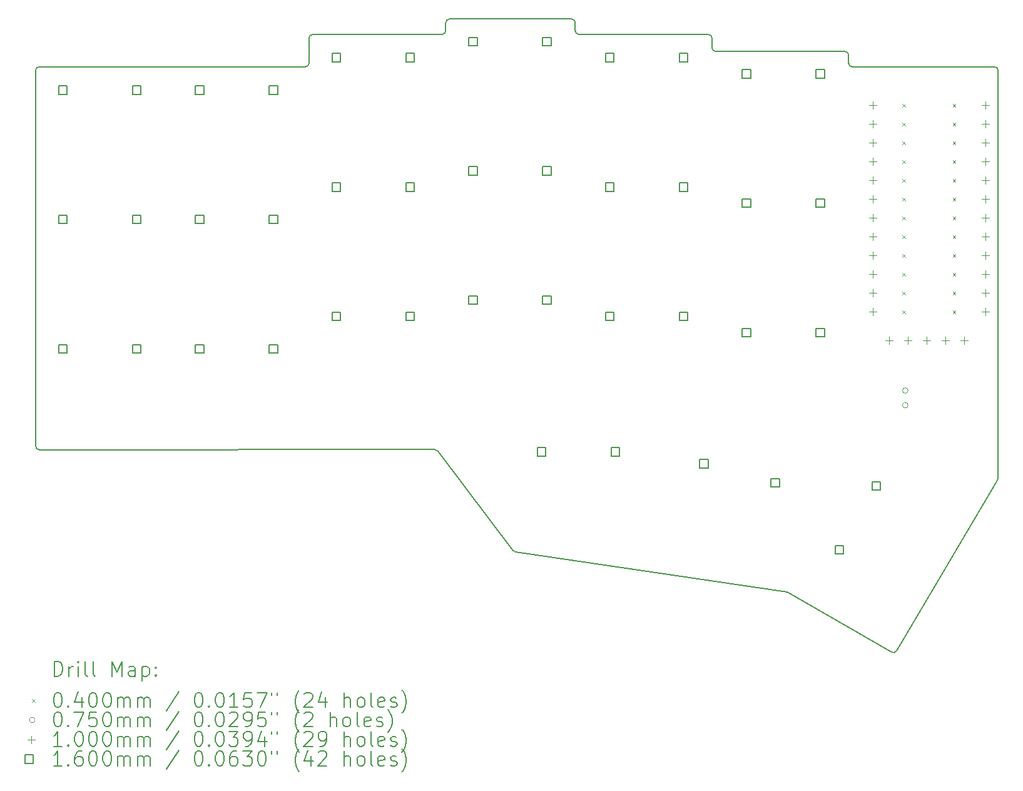
<source format=gbr>
%TF.GenerationSoftware,KiCad,Pcbnew,8.0.8+1*%
%TF.CreationDate,2025-07-09T04:58:13+00:00*%
%TF.ProjectId,corney_island_wireless,636f726e-6579-45f6-9973-6c616e645f77,0.2*%
%TF.SameCoordinates,Original*%
%TF.FileFunction,Drillmap*%
%TF.FilePolarity,Positive*%
%FSLAX45Y45*%
G04 Gerber Fmt 4.5, Leading zero omitted, Abs format (unit mm)*
G04 Created by KiCad (PCBNEW 8.0.8+1) date 2025-07-09 04:58:13*
%MOMM*%
%LPD*%
G01*
G04 APERTURE LIST*
%ADD10C,0.150000*%
%ADD11C,0.200000*%
%ADD12C,0.100000*%
%ADD13C,0.160000*%
G04 APERTURE END LIST*
D10*
X9131698Y-10801245D02*
X9131502Y-5720251D01*
X9181501Y-5670249D02*
X12781501Y-5670151D01*
X12831500Y-5620151D02*
X12831500Y-5282750D01*
X12881500Y-5232750D02*
X14631500Y-5232750D01*
X14681500Y-5182750D02*
X14681500Y-5075250D01*
X14731500Y-5025250D02*
X16384300Y-5025250D01*
X16434300Y-5075250D02*
X16434300Y-5182750D01*
X16484300Y-5232750D02*
X18234300Y-5232750D01*
X18284300Y-5282750D02*
X18284300Y-5412312D01*
X18334288Y-5462312D02*
X20083706Y-5462738D01*
X20133691Y-5513340D02*
X20132410Y-5619648D01*
X22125300Y-11290910D02*
X20779993Y-13572380D01*
X20711924Y-13590285D02*
X19318493Y-12785787D01*
X19300847Y-12779632D02*
X15624698Y-12233003D01*
X15592179Y-12213716D02*
X14575757Y-10870335D01*
X14535877Y-10850503D02*
X9181705Y-10851243D01*
X20182406Y-5670250D02*
X22106800Y-5670250D01*
X22156800Y-5720250D02*
X22156800Y-11222952D01*
X22150101Y-11247952D02*
X22125300Y-11290910D01*
X9131502Y-5720251D02*
G75*
G02*
X9181501Y-5670252I49998J1D01*
G01*
X12831500Y-5620151D02*
G75*
G02*
X12781501Y-5670150I-50000J1D01*
G01*
X12831500Y-5282750D02*
G75*
G02*
X12881500Y-5232750I50000J0D01*
G01*
X14681500Y-5182750D02*
G75*
G02*
X14631500Y-5232750I-50000J0D01*
G01*
X14681500Y-5075250D02*
G75*
G02*
X14731500Y-5025250I50000J0D01*
G01*
X16384300Y-5025250D02*
G75*
G02*
X16434300Y-5075250I0J-50000D01*
G01*
X16484300Y-5232750D02*
G75*
G02*
X16434300Y-5182750I0J50000D01*
G01*
X18234300Y-5232750D02*
G75*
G02*
X18284300Y-5282750I0J-50000D01*
G01*
X18334288Y-5462312D02*
G75*
G02*
X18284298Y-5412312I12J50002D01*
G01*
X20083706Y-5462738D02*
G75*
G02*
X20133689Y-5513340I-16J-50002D01*
G01*
X20182406Y-5670250D02*
G75*
G02*
X20132414Y-5619648I4J50000D01*
G01*
X22106800Y-5670250D02*
G75*
G02*
X22156800Y-5720250I0J-50000D01*
G01*
X22156800Y-11222952D02*
G75*
G02*
X22150100Y-11247952I-50000J3D01*
G01*
X20779993Y-13572380D02*
G75*
G02*
X20711922Y-13590288I-43073J25400D01*
G01*
X19300847Y-12779632D02*
G75*
G02*
X19318492Y-12785788I-7357J-49458D01*
G01*
X15624698Y-12233003D02*
G75*
G02*
X15592179Y-12213716I7352J49453D01*
G01*
X14535877Y-10850503D02*
G75*
G02*
X14575754Y-10870338I3J-49997D01*
G01*
X9181705Y-10851243D02*
G75*
G02*
X9131697Y-10801245I-5J50003D01*
G01*
D11*
D12*
X20860400Y-6172000D02*
X20900400Y-6212000D01*
X20900400Y-6172000D02*
X20860400Y-6212000D01*
X20860400Y-6426000D02*
X20900400Y-6466000D01*
X20900400Y-6426000D02*
X20860400Y-6466000D01*
X20860400Y-6680000D02*
X20900400Y-6720000D01*
X20900400Y-6680000D02*
X20860400Y-6720000D01*
X20860400Y-6934000D02*
X20900400Y-6974000D01*
X20900400Y-6934000D02*
X20860400Y-6974000D01*
X20860400Y-7188000D02*
X20900400Y-7228000D01*
X20900400Y-7188000D02*
X20860400Y-7228000D01*
X20860400Y-7442000D02*
X20900400Y-7482000D01*
X20900400Y-7442000D02*
X20860400Y-7482000D01*
X20860400Y-7696000D02*
X20900400Y-7736000D01*
X20900400Y-7696000D02*
X20860400Y-7736000D01*
X20860400Y-7950000D02*
X20900400Y-7990000D01*
X20900400Y-7950000D02*
X20860400Y-7990000D01*
X20860400Y-8204000D02*
X20900400Y-8244000D01*
X20900400Y-8204000D02*
X20860400Y-8244000D01*
X20860400Y-8458000D02*
X20900400Y-8498000D01*
X20900400Y-8458000D02*
X20860400Y-8498000D01*
X20860400Y-8712000D02*
X20900400Y-8752000D01*
X20900400Y-8712000D02*
X20860400Y-8752000D01*
X20860400Y-8966000D02*
X20900400Y-9006000D01*
X20900400Y-8966000D02*
X20860400Y-9006000D01*
X21540400Y-6172000D02*
X21580400Y-6212000D01*
X21580400Y-6172000D02*
X21540400Y-6212000D01*
X21540400Y-6426000D02*
X21580400Y-6466000D01*
X21580400Y-6426000D02*
X21540400Y-6466000D01*
X21540400Y-6680000D02*
X21580400Y-6720000D01*
X21580400Y-6680000D02*
X21540400Y-6720000D01*
X21540400Y-6934000D02*
X21580400Y-6974000D01*
X21580400Y-6934000D02*
X21540400Y-6974000D01*
X21540400Y-7188000D02*
X21580400Y-7228000D01*
X21580400Y-7188000D02*
X21540400Y-7228000D01*
X21540400Y-7442000D02*
X21580400Y-7482000D01*
X21580400Y-7442000D02*
X21540400Y-7482000D01*
X21540400Y-7696000D02*
X21580400Y-7736000D01*
X21580400Y-7696000D02*
X21540400Y-7736000D01*
X21540400Y-7950000D02*
X21580400Y-7990000D01*
X21580400Y-7950000D02*
X21540400Y-7990000D01*
X21540400Y-8204000D02*
X21580400Y-8244000D01*
X21580400Y-8204000D02*
X21540400Y-8244000D01*
X21540400Y-8458000D02*
X21580400Y-8498000D01*
X21580400Y-8458000D02*
X21540400Y-8498000D01*
X21540400Y-8712000D02*
X21580400Y-8752000D01*
X21580400Y-8712000D02*
X21540400Y-8752000D01*
X21540400Y-8966000D02*
X21580400Y-9006000D01*
X21580400Y-8966000D02*
X21540400Y-9006000D01*
X20937500Y-10050000D02*
G75*
G02*
X20862500Y-10050000I-37500J0D01*
G01*
X20862500Y-10050000D02*
G75*
G02*
X20937500Y-10050000I37500J0D01*
G01*
X20937500Y-10250000D02*
G75*
G02*
X20862500Y-10250000I-37500J0D01*
G01*
X20862500Y-10250000D02*
G75*
G02*
X20937500Y-10250000I37500J0D01*
G01*
X20458400Y-6142000D02*
X20458400Y-6242000D01*
X20408400Y-6192000D02*
X20508400Y-6192000D01*
X20458400Y-6396000D02*
X20458400Y-6496000D01*
X20408400Y-6446000D02*
X20508400Y-6446000D01*
X20458400Y-6650000D02*
X20458400Y-6750000D01*
X20408400Y-6700000D02*
X20508400Y-6700000D01*
X20458400Y-6904000D02*
X20458400Y-7004000D01*
X20408400Y-6954000D02*
X20508400Y-6954000D01*
X20458400Y-7158000D02*
X20458400Y-7258000D01*
X20408400Y-7208000D02*
X20508400Y-7208000D01*
X20458400Y-7412000D02*
X20458400Y-7512000D01*
X20408400Y-7462000D02*
X20508400Y-7462000D01*
X20458400Y-7666000D02*
X20458400Y-7766000D01*
X20408400Y-7716000D02*
X20508400Y-7716000D01*
X20458400Y-7920000D02*
X20458400Y-8020000D01*
X20408400Y-7970000D02*
X20508400Y-7970000D01*
X20458400Y-8174000D02*
X20458400Y-8274000D01*
X20408400Y-8224000D02*
X20508400Y-8224000D01*
X20458400Y-8428000D02*
X20458400Y-8528000D01*
X20408400Y-8478000D02*
X20508400Y-8478000D01*
X20458400Y-8682000D02*
X20458400Y-8782000D01*
X20408400Y-8732000D02*
X20508400Y-8732000D01*
X20458400Y-8936000D02*
X20458400Y-9036000D01*
X20408400Y-8986000D02*
X20508400Y-8986000D01*
X20681700Y-9320000D02*
X20681700Y-9420000D01*
X20631700Y-9370000D02*
X20731700Y-9370000D01*
X20935700Y-9320000D02*
X20935700Y-9420000D01*
X20885700Y-9370000D02*
X20985700Y-9370000D01*
X21189700Y-9320000D02*
X21189700Y-9420000D01*
X21139700Y-9370000D02*
X21239700Y-9370000D01*
X21443700Y-9320000D02*
X21443700Y-9420000D01*
X21393700Y-9370000D02*
X21493700Y-9370000D01*
X21697700Y-9320000D02*
X21697700Y-9420000D01*
X21647700Y-9370000D02*
X21747700Y-9370000D01*
X21982400Y-6142000D02*
X21982400Y-6242000D01*
X21932400Y-6192000D02*
X22032400Y-6192000D01*
X21982400Y-6396000D02*
X21982400Y-6496000D01*
X21932400Y-6446000D02*
X22032400Y-6446000D01*
X21982400Y-6650000D02*
X21982400Y-6750000D01*
X21932400Y-6700000D02*
X22032400Y-6700000D01*
X21982400Y-6904000D02*
X21982400Y-7004000D01*
X21932400Y-6954000D02*
X22032400Y-6954000D01*
X21982400Y-7158000D02*
X21982400Y-7258000D01*
X21932400Y-7208000D02*
X22032400Y-7208000D01*
X21982400Y-7412000D02*
X21982400Y-7512000D01*
X21932400Y-7462000D02*
X22032400Y-7462000D01*
X21982400Y-7666000D02*
X21982400Y-7766000D01*
X21932400Y-7716000D02*
X22032400Y-7716000D01*
X21982400Y-7920000D02*
X21982400Y-8020000D01*
X21932400Y-7970000D02*
X22032400Y-7970000D01*
X21982400Y-8174000D02*
X21982400Y-8274000D01*
X21932400Y-8224000D02*
X22032400Y-8224000D01*
X21982400Y-8428000D02*
X21982400Y-8528000D01*
X21932400Y-8478000D02*
X22032400Y-8478000D01*
X21982400Y-8682000D02*
X21982400Y-8782000D01*
X21932400Y-8732000D02*
X22032400Y-8732000D01*
X21982400Y-8936000D02*
X21982400Y-9036000D01*
X21932400Y-8986000D02*
X22032400Y-8986000D01*
D13*
X9556569Y-6041569D02*
X9556569Y-5928431D01*
X9443431Y-5928431D01*
X9443431Y-6041569D01*
X9556569Y-6041569D01*
X9556569Y-7791569D02*
X9556569Y-7678431D01*
X9443431Y-7678431D01*
X9443431Y-7791569D01*
X9556569Y-7791569D01*
X9556569Y-9541569D02*
X9556569Y-9428431D01*
X9443431Y-9428431D01*
X9443431Y-9541569D01*
X9556569Y-9541569D01*
X10556569Y-6041569D02*
X10556569Y-5928431D01*
X10443431Y-5928431D01*
X10443431Y-6041569D01*
X10556569Y-6041569D01*
X10556569Y-7791569D02*
X10556569Y-7678431D01*
X10443431Y-7678431D01*
X10443431Y-7791569D01*
X10556569Y-7791569D01*
X10556569Y-9541569D02*
X10556569Y-9428431D01*
X10443431Y-9428431D01*
X10443431Y-9541569D01*
X10556569Y-9541569D01*
X11406569Y-6041569D02*
X11406569Y-5928431D01*
X11293431Y-5928431D01*
X11293431Y-6041569D01*
X11406569Y-6041569D01*
X11406569Y-7791569D02*
X11406569Y-7678431D01*
X11293431Y-7678431D01*
X11293431Y-7791569D01*
X11406569Y-7791569D01*
X11406569Y-9541569D02*
X11406569Y-9428431D01*
X11293431Y-9428431D01*
X11293431Y-9541569D01*
X11406569Y-9541569D01*
X12406569Y-6041569D02*
X12406569Y-5928431D01*
X12293431Y-5928431D01*
X12293431Y-6041569D01*
X12406569Y-6041569D01*
X12406569Y-7791569D02*
X12406569Y-7678431D01*
X12293431Y-7678431D01*
X12293431Y-7791569D01*
X12406569Y-7791569D01*
X12406569Y-9541569D02*
X12406569Y-9428431D01*
X12293431Y-9428431D01*
X12293431Y-9541569D01*
X12406569Y-9541569D01*
X13256569Y-5604069D02*
X13256569Y-5490931D01*
X13143431Y-5490931D01*
X13143431Y-5604069D01*
X13256569Y-5604069D01*
X13256569Y-7354069D02*
X13256569Y-7240931D01*
X13143431Y-7240931D01*
X13143431Y-7354069D01*
X13256569Y-7354069D01*
X13256569Y-9104069D02*
X13256569Y-8990931D01*
X13143431Y-8990931D01*
X13143431Y-9104069D01*
X13256569Y-9104069D01*
X14256569Y-5604069D02*
X14256569Y-5490931D01*
X14143431Y-5490931D01*
X14143431Y-5604069D01*
X14256569Y-5604069D01*
X14256569Y-7354069D02*
X14256569Y-7240931D01*
X14143431Y-7240931D01*
X14143431Y-7354069D01*
X14256569Y-7354069D01*
X14256569Y-9104069D02*
X14256569Y-8990931D01*
X14143431Y-8990931D01*
X14143431Y-9104069D01*
X14256569Y-9104069D01*
X15106569Y-5385319D02*
X15106569Y-5272181D01*
X14993431Y-5272181D01*
X14993431Y-5385319D01*
X15106569Y-5385319D01*
X15106569Y-7135319D02*
X15106569Y-7022181D01*
X14993431Y-7022181D01*
X14993431Y-7135319D01*
X15106569Y-7135319D01*
X15106569Y-8885319D02*
X15106569Y-8772181D01*
X14993431Y-8772181D01*
X14993431Y-8885319D01*
X15106569Y-8885319D01*
X16031569Y-10935319D02*
X16031569Y-10822181D01*
X15918431Y-10822181D01*
X15918431Y-10935319D01*
X16031569Y-10935319D01*
X16106569Y-5385319D02*
X16106569Y-5272181D01*
X15993431Y-5272181D01*
X15993431Y-5385319D01*
X16106569Y-5385319D01*
X16106569Y-7135319D02*
X16106569Y-7022181D01*
X15993431Y-7022181D01*
X15993431Y-7135319D01*
X16106569Y-7135319D01*
X16106569Y-8885319D02*
X16106569Y-8772181D01*
X15993431Y-8772181D01*
X15993431Y-8885319D01*
X16106569Y-8885319D01*
X16956569Y-5604069D02*
X16956569Y-5490931D01*
X16843431Y-5490931D01*
X16843431Y-5604069D01*
X16956569Y-5604069D01*
X16956569Y-7354069D02*
X16956569Y-7240931D01*
X16843431Y-7240931D01*
X16843431Y-7354069D01*
X16956569Y-7354069D01*
X16956569Y-9104069D02*
X16956569Y-8990931D01*
X16843431Y-8990931D01*
X16843431Y-9104069D01*
X16956569Y-9104069D01*
X17031569Y-10935319D02*
X17031569Y-10822181D01*
X16918431Y-10822181D01*
X16918431Y-10935319D01*
X17031569Y-10935319D01*
X17956569Y-5604069D02*
X17956569Y-5490931D01*
X17843431Y-5490931D01*
X17843431Y-5604069D01*
X17956569Y-5604069D01*
X17956569Y-7354069D02*
X17956569Y-7240931D01*
X17843431Y-7240931D01*
X17843431Y-7354069D01*
X17956569Y-7354069D01*
X17956569Y-9104069D02*
X17956569Y-8990931D01*
X17843431Y-8990931D01*
X17843431Y-9104069D01*
X17956569Y-9104069D01*
X18231898Y-11098458D02*
X18231898Y-10985320D01*
X18118760Y-10985320D01*
X18118760Y-11098458D01*
X18231898Y-11098458D01*
X18806569Y-5822819D02*
X18806569Y-5709681D01*
X18693431Y-5709681D01*
X18693431Y-5822819D01*
X18806569Y-5822819D01*
X18806569Y-7572819D02*
X18806569Y-7459681D01*
X18693431Y-7459681D01*
X18693431Y-7572819D01*
X18806569Y-7572819D01*
X18806569Y-9322819D02*
X18806569Y-9209681D01*
X18693431Y-9209681D01*
X18693431Y-9322819D01*
X18806569Y-9322819D01*
X19197824Y-11357277D02*
X19197824Y-11244139D01*
X19084686Y-11244139D01*
X19084686Y-11357277D01*
X19197824Y-11357277D01*
X19806569Y-5822819D02*
X19806569Y-5709681D01*
X19693431Y-5709681D01*
X19693431Y-5822819D01*
X19806569Y-5822819D01*
X19806569Y-7572819D02*
X19806569Y-7459681D01*
X19693431Y-7459681D01*
X19693431Y-7572819D01*
X19806569Y-7572819D01*
X19806569Y-9322819D02*
X19806569Y-9209681D01*
X19693431Y-9209681D01*
X19693431Y-9322819D01*
X19806569Y-9322819D01*
X20061950Y-12264307D02*
X20061950Y-12151168D01*
X19948812Y-12151168D01*
X19948812Y-12264307D01*
X20061950Y-12264307D01*
X20561950Y-11398281D02*
X20561950Y-11285143D01*
X20448812Y-11285143D01*
X20448812Y-11398281D01*
X20561950Y-11398281D01*
D11*
X9384779Y-13915969D02*
X9384779Y-13715969D01*
X9384779Y-13715969D02*
X9432398Y-13715969D01*
X9432398Y-13715969D02*
X9460969Y-13725492D01*
X9460969Y-13725492D02*
X9480017Y-13744540D01*
X9480017Y-13744540D02*
X9489541Y-13763588D01*
X9489541Y-13763588D02*
X9499064Y-13801683D01*
X9499064Y-13801683D02*
X9499064Y-13830254D01*
X9499064Y-13830254D02*
X9489541Y-13868350D01*
X9489541Y-13868350D02*
X9480017Y-13887397D01*
X9480017Y-13887397D02*
X9460969Y-13906445D01*
X9460969Y-13906445D02*
X9432398Y-13915969D01*
X9432398Y-13915969D02*
X9384779Y-13915969D01*
X9584779Y-13915969D02*
X9584779Y-13782635D01*
X9584779Y-13820731D02*
X9594303Y-13801683D01*
X9594303Y-13801683D02*
X9603826Y-13792159D01*
X9603826Y-13792159D02*
X9622874Y-13782635D01*
X9622874Y-13782635D02*
X9641922Y-13782635D01*
X9708588Y-13915969D02*
X9708588Y-13782635D01*
X9708588Y-13715969D02*
X9699064Y-13725492D01*
X9699064Y-13725492D02*
X9708588Y-13735016D01*
X9708588Y-13735016D02*
X9718112Y-13725492D01*
X9718112Y-13725492D02*
X9708588Y-13715969D01*
X9708588Y-13715969D02*
X9708588Y-13735016D01*
X9832398Y-13915969D02*
X9813350Y-13906445D01*
X9813350Y-13906445D02*
X9803826Y-13887397D01*
X9803826Y-13887397D02*
X9803826Y-13715969D01*
X9937160Y-13915969D02*
X9918112Y-13906445D01*
X9918112Y-13906445D02*
X9908588Y-13887397D01*
X9908588Y-13887397D02*
X9908588Y-13715969D01*
X10165731Y-13915969D02*
X10165731Y-13715969D01*
X10165731Y-13715969D02*
X10232398Y-13858826D01*
X10232398Y-13858826D02*
X10299064Y-13715969D01*
X10299064Y-13715969D02*
X10299064Y-13915969D01*
X10480017Y-13915969D02*
X10480017Y-13811207D01*
X10480017Y-13811207D02*
X10470493Y-13792159D01*
X10470493Y-13792159D02*
X10451445Y-13782635D01*
X10451445Y-13782635D02*
X10413350Y-13782635D01*
X10413350Y-13782635D02*
X10394303Y-13792159D01*
X10480017Y-13906445D02*
X10460969Y-13915969D01*
X10460969Y-13915969D02*
X10413350Y-13915969D01*
X10413350Y-13915969D02*
X10394303Y-13906445D01*
X10394303Y-13906445D02*
X10384779Y-13887397D01*
X10384779Y-13887397D02*
X10384779Y-13868350D01*
X10384779Y-13868350D02*
X10394303Y-13849302D01*
X10394303Y-13849302D02*
X10413350Y-13839778D01*
X10413350Y-13839778D02*
X10460969Y-13839778D01*
X10460969Y-13839778D02*
X10480017Y-13830254D01*
X10575255Y-13782635D02*
X10575255Y-13982635D01*
X10575255Y-13792159D02*
X10594303Y-13782635D01*
X10594303Y-13782635D02*
X10632398Y-13782635D01*
X10632398Y-13782635D02*
X10651445Y-13792159D01*
X10651445Y-13792159D02*
X10660969Y-13801683D01*
X10660969Y-13801683D02*
X10670493Y-13820731D01*
X10670493Y-13820731D02*
X10670493Y-13877873D01*
X10670493Y-13877873D02*
X10660969Y-13896921D01*
X10660969Y-13896921D02*
X10651445Y-13906445D01*
X10651445Y-13906445D02*
X10632398Y-13915969D01*
X10632398Y-13915969D02*
X10594303Y-13915969D01*
X10594303Y-13915969D02*
X10575255Y-13906445D01*
X10756207Y-13896921D02*
X10765731Y-13906445D01*
X10765731Y-13906445D02*
X10756207Y-13915969D01*
X10756207Y-13915969D02*
X10746684Y-13906445D01*
X10746684Y-13906445D02*
X10756207Y-13896921D01*
X10756207Y-13896921D02*
X10756207Y-13915969D01*
X10756207Y-13792159D02*
X10765731Y-13801683D01*
X10765731Y-13801683D02*
X10756207Y-13811207D01*
X10756207Y-13811207D02*
X10746684Y-13801683D01*
X10746684Y-13801683D02*
X10756207Y-13792159D01*
X10756207Y-13792159D02*
X10756207Y-13811207D01*
D12*
X9084002Y-14224485D02*
X9124002Y-14264485D01*
X9124002Y-14224485D02*
X9084002Y-14264485D01*
D11*
X9422874Y-14135969D02*
X9441922Y-14135969D01*
X9441922Y-14135969D02*
X9460969Y-14145492D01*
X9460969Y-14145492D02*
X9470493Y-14155016D01*
X9470493Y-14155016D02*
X9480017Y-14174064D01*
X9480017Y-14174064D02*
X9489541Y-14212159D01*
X9489541Y-14212159D02*
X9489541Y-14259778D01*
X9489541Y-14259778D02*
X9480017Y-14297873D01*
X9480017Y-14297873D02*
X9470493Y-14316921D01*
X9470493Y-14316921D02*
X9460969Y-14326445D01*
X9460969Y-14326445D02*
X9441922Y-14335969D01*
X9441922Y-14335969D02*
X9422874Y-14335969D01*
X9422874Y-14335969D02*
X9403826Y-14326445D01*
X9403826Y-14326445D02*
X9394303Y-14316921D01*
X9394303Y-14316921D02*
X9384779Y-14297873D01*
X9384779Y-14297873D02*
X9375255Y-14259778D01*
X9375255Y-14259778D02*
X9375255Y-14212159D01*
X9375255Y-14212159D02*
X9384779Y-14174064D01*
X9384779Y-14174064D02*
X9394303Y-14155016D01*
X9394303Y-14155016D02*
X9403826Y-14145492D01*
X9403826Y-14145492D02*
X9422874Y-14135969D01*
X9575255Y-14316921D02*
X9584779Y-14326445D01*
X9584779Y-14326445D02*
X9575255Y-14335969D01*
X9575255Y-14335969D02*
X9565731Y-14326445D01*
X9565731Y-14326445D02*
X9575255Y-14316921D01*
X9575255Y-14316921D02*
X9575255Y-14335969D01*
X9756207Y-14202635D02*
X9756207Y-14335969D01*
X9708588Y-14126445D02*
X9660969Y-14269302D01*
X9660969Y-14269302D02*
X9784779Y-14269302D01*
X9899064Y-14135969D02*
X9918112Y-14135969D01*
X9918112Y-14135969D02*
X9937160Y-14145492D01*
X9937160Y-14145492D02*
X9946684Y-14155016D01*
X9946684Y-14155016D02*
X9956207Y-14174064D01*
X9956207Y-14174064D02*
X9965731Y-14212159D01*
X9965731Y-14212159D02*
X9965731Y-14259778D01*
X9965731Y-14259778D02*
X9956207Y-14297873D01*
X9956207Y-14297873D02*
X9946684Y-14316921D01*
X9946684Y-14316921D02*
X9937160Y-14326445D01*
X9937160Y-14326445D02*
X9918112Y-14335969D01*
X9918112Y-14335969D02*
X9899064Y-14335969D01*
X9899064Y-14335969D02*
X9880017Y-14326445D01*
X9880017Y-14326445D02*
X9870493Y-14316921D01*
X9870493Y-14316921D02*
X9860969Y-14297873D01*
X9860969Y-14297873D02*
X9851445Y-14259778D01*
X9851445Y-14259778D02*
X9851445Y-14212159D01*
X9851445Y-14212159D02*
X9860969Y-14174064D01*
X9860969Y-14174064D02*
X9870493Y-14155016D01*
X9870493Y-14155016D02*
X9880017Y-14145492D01*
X9880017Y-14145492D02*
X9899064Y-14135969D01*
X10089541Y-14135969D02*
X10108588Y-14135969D01*
X10108588Y-14135969D02*
X10127636Y-14145492D01*
X10127636Y-14145492D02*
X10137160Y-14155016D01*
X10137160Y-14155016D02*
X10146684Y-14174064D01*
X10146684Y-14174064D02*
X10156207Y-14212159D01*
X10156207Y-14212159D02*
X10156207Y-14259778D01*
X10156207Y-14259778D02*
X10146684Y-14297873D01*
X10146684Y-14297873D02*
X10137160Y-14316921D01*
X10137160Y-14316921D02*
X10127636Y-14326445D01*
X10127636Y-14326445D02*
X10108588Y-14335969D01*
X10108588Y-14335969D02*
X10089541Y-14335969D01*
X10089541Y-14335969D02*
X10070493Y-14326445D01*
X10070493Y-14326445D02*
X10060969Y-14316921D01*
X10060969Y-14316921D02*
X10051445Y-14297873D01*
X10051445Y-14297873D02*
X10041922Y-14259778D01*
X10041922Y-14259778D02*
X10041922Y-14212159D01*
X10041922Y-14212159D02*
X10051445Y-14174064D01*
X10051445Y-14174064D02*
X10060969Y-14155016D01*
X10060969Y-14155016D02*
X10070493Y-14145492D01*
X10070493Y-14145492D02*
X10089541Y-14135969D01*
X10241922Y-14335969D02*
X10241922Y-14202635D01*
X10241922Y-14221683D02*
X10251445Y-14212159D01*
X10251445Y-14212159D02*
X10270493Y-14202635D01*
X10270493Y-14202635D02*
X10299065Y-14202635D01*
X10299065Y-14202635D02*
X10318112Y-14212159D01*
X10318112Y-14212159D02*
X10327636Y-14231207D01*
X10327636Y-14231207D02*
X10327636Y-14335969D01*
X10327636Y-14231207D02*
X10337160Y-14212159D01*
X10337160Y-14212159D02*
X10356207Y-14202635D01*
X10356207Y-14202635D02*
X10384779Y-14202635D01*
X10384779Y-14202635D02*
X10403826Y-14212159D01*
X10403826Y-14212159D02*
X10413350Y-14231207D01*
X10413350Y-14231207D02*
X10413350Y-14335969D01*
X10508588Y-14335969D02*
X10508588Y-14202635D01*
X10508588Y-14221683D02*
X10518112Y-14212159D01*
X10518112Y-14212159D02*
X10537160Y-14202635D01*
X10537160Y-14202635D02*
X10565731Y-14202635D01*
X10565731Y-14202635D02*
X10584779Y-14212159D01*
X10584779Y-14212159D02*
X10594303Y-14231207D01*
X10594303Y-14231207D02*
X10594303Y-14335969D01*
X10594303Y-14231207D02*
X10603826Y-14212159D01*
X10603826Y-14212159D02*
X10622874Y-14202635D01*
X10622874Y-14202635D02*
X10651445Y-14202635D01*
X10651445Y-14202635D02*
X10670493Y-14212159D01*
X10670493Y-14212159D02*
X10680017Y-14231207D01*
X10680017Y-14231207D02*
X10680017Y-14335969D01*
X11070493Y-14126445D02*
X10899065Y-14383588D01*
X11327636Y-14135969D02*
X11346684Y-14135969D01*
X11346684Y-14135969D02*
X11365731Y-14145492D01*
X11365731Y-14145492D02*
X11375255Y-14155016D01*
X11375255Y-14155016D02*
X11384779Y-14174064D01*
X11384779Y-14174064D02*
X11394303Y-14212159D01*
X11394303Y-14212159D02*
X11394303Y-14259778D01*
X11394303Y-14259778D02*
X11384779Y-14297873D01*
X11384779Y-14297873D02*
X11375255Y-14316921D01*
X11375255Y-14316921D02*
X11365731Y-14326445D01*
X11365731Y-14326445D02*
X11346684Y-14335969D01*
X11346684Y-14335969D02*
X11327636Y-14335969D01*
X11327636Y-14335969D02*
X11308588Y-14326445D01*
X11308588Y-14326445D02*
X11299065Y-14316921D01*
X11299065Y-14316921D02*
X11289541Y-14297873D01*
X11289541Y-14297873D02*
X11280017Y-14259778D01*
X11280017Y-14259778D02*
X11280017Y-14212159D01*
X11280017Y-14212159D02*
X11289541Y-14174064D01*
X11289541Y-14174064D02*
X11299065Y-14155016D01*
X11299065Y-14155016D02*
X11308588Y-14145492D01*
X11308588Y-14145492D02*
X11327636Y-14135969D01*
X11480017Y-14316921D02*
X11489541Y-14326445D01*
X11489541Y-14326445D02*
X11480017Y-14335969D01*
X11480017Y-14335969D02*
X11470493Y-14326445D01*
X11470493Y-14326445D02*
X11480017Y-14316921D01*
X11480017Y-14316921D02*
X11480017Y-14335969D01*
X11613350Y-14135969D02*
X11632398Y-14135969D01*
X11632398Y-14135969D02*
X11651446Y-14145492D01*
X11651446Y-14145492D02*
X11660969Y-14155016D01*
X11660969Y-14155016D02*
X11670493Y-14174064D01*
X11670493Y-14174064D02*
X11680017Y-14212159D01*
X11680017Y-14212159D02*
X11680017Y-14259778D01*
X11680017Y-14259778D02*
X11670493Y-14297873D01*
X11670493Y-14297873D02*
X11660969Y-14316921D01*
X11660969Y-14316921D02*
X11651446Y-14326445D01*
X11651446Y-14326445D02*
X11632398Y-14335969D01*
X11632398Y-14335969D02*
X11613350Y-14335969D01*
X11613350Y-14335969D02*
X11594303Y-14326445D01*
X11594303Y-14326445D02*
X11584779Y-14316921D01*
X11584779Y-14316921D02*
X11575255Y-14297873D01*
X11575255Y-14297873D02*
X11565731Y-14259778D01*
X11565731Y-14259778D02*
X11565731Y-14212159D01*
X11565731Y-14212159D02*
X11575255Y-14174064D01*
X11575255Y-14174064D02*
X11584779Y-14155016D01*
X11584779Y-14155016D02*
X11594303Y-14145492D01*
X11594303Y-14145492D02*
X11613350Y-14135969D01*
X11870493Y-14335969D02*
X11756207Y-14335969D01*
X11813350Y-14335969D02*
X11813350Y-14135969D01*
X11813350Y-14135969D02*
X11794303Y-14164540D01*
X11794303Y-14164540D02*
X11775255Y-14183588D01*
X11775255Y-14183588D02*
X11756207Y-14193111D01*
X12051446Y-14135969D02*
X11956207Y-14135969D01*
X11956207Y-14135969D02*
X11946684Y-14231207D01*
X11946684Y-14231207D02*
X11956207Y-14221683D01*
X11956207Y-14221683D02*
X11975255Y-14212159D01*
X11975255Y-14212159D02*
X12022874Y-14212159D01*
X12022874Y-14212159D02*
X12041922Y-14221683D01*
X12041922Y-14221683D02*
X12051446Y-14231207D01*
X12051446Y-14231207D02*
X12060969Y-14250254D01*
X12060969Y-14250254D02*
X12060969Y-14297873D01*
X12060969Y-14297873D02*
X12051446Y-14316921D01*
X12051446Y-14316921D02*
X12041922Y-14326445D01*
X12041922Y-14326445D02*
X12022874Y-14335969D01*
X12022874Y-14335969D02*
X11975255Y-14335969D01*
X11975255Y-14335969D02*
X11956207Y-14326445D01*
X11956207Y-14326445D02*
X11946684Y-14316921D01*
X12127636Y-14135969D02*
X12260969Y-14135969D01*
X12260969Y-14135969D02*
X12175255Y-14335969D01*
X12327636Y-14135969D02*
X12327636Y-14174064D01*
X12403827Y-14135969D02*
X12403827Y-14174064D01*
X12699065Y-14412159D02*
X12689541Y-14402635D01*
X12689541Y-14402635D02*
X12670493Y-14374064D01*
X12670493Y-14374064D02*
X12660969Y-14355016D01*
X12660969Y-14355016D02*
X12651446Y-14326445D01*
X12651446Y-14326445D02*
X12641922Y-14278826D01*
X12641922Y-14278826D02*
X12641922Y-14240731D01*
X12641922Y-14240731D02*
X12651446Y-14193111D01*
X12651446Y-14193111D02*
X12660969Y-14164540D01*
X12660969Y-14164540D02*
X12670493Y-14145492D01*
X12670493Y-14145492D02*
X12689541Y-14116921D01*
X12689541Y-14116921D02*
X12699065Y-14107397D01*
X12765731Y-14155016D02*
X12775255Y-14145492D01*
X12775255Y-14145492D02*
X12794303Y-14135969D01*
X12794303Y-14135969D02*
X12841922Y-14135969D01*
X12841922Y-14135969D02*
X12860969Y-14145492D01*
X12860969Y-14145492D02*
X12870493Y-14155016D01*
X12870493Y-14155016D02*
X12880017Y-14174064D01*
X12880017Y-14174064D02*
X12880017Y-14193111D01*
X12880017Y-14193111D02*
X12870493Y-14221683D01*
X12870493Y-14221683D02*
X12756208Y-14335969D01*
X12756208Y-14335969D02*
X12880017Y-14335969D01*
X13051446Y-14202635D02*
X13051446Y-14335969D01*
X13003827Y-14126445D02*
X12956208Y-14269302D01*
X12956208Y-14269302D02*
X13080017Y-14269302D01*
X13308589Y-14335969D02*
X13308589Y-14135969D01*
X13394303Y-14335969D02*
X13394303Y-14231207D01*
X13394303Y-14231207D02*
X13384779Y-14212159D01*
X13384779Y-14212159D02*
X13365731Y-14202635D01*
X13365731Y-14202635D02*
X13337160Y-14202635D01*
X13337160Y-14202635D02*
X13318112Y-14212159D01*
X13318112Y-14212159D02*
X13308589Y-14221683D01*
X13518112Y-14335969D02*
X13499065Y-14326445D01*
X13499065Y-14326445D02*
X13489541Y-14316921D01*
X13489541Y-14316921D02*
X13480017Y-14297873D01*
X13480017Y-14297873D02*
X13480017Y-14240731D01*
X13480017Y-14240731D02*
X13489541Y-14221683D01*
X13489541Y-14221683D02*
X13499065Y-14212159D01*
X13499065Y-14212159D02*
X13518112Y-14202635D01*
X13518112Y-14202635D02*
X13546684Y-14202635D01*
X13546684Y-14202635D02*
X13565731Y-14212159D01*
X13565731Y-14212159D02*
X13575255Y-14221683D01*
X13575255Y-14221683D02*
X13584779Y-14240731D01*
X13584779Y-14240731D02*
X13584779Y-14297873D01*
X13584779Y-14297873D02*
X13575255Y-14316921D01*
X13575255Y-14316921D02*
X13565731Y-14326445D01*
X13565731Y-14326445D02*
X13546684Y-14335969D01*
X13546684Y-14335969D02*
X13518112Y-14335969D01*
X13699065Y-14335969D02*
X13680017Y-14326445D01*
X13680017Y-14326445D02*
X13670493Y-14307397D01*
X13670493Y-14307397D02*
X13670493Y-14135969D01*
X13851446Y-14326445D02*
X13832398Y-14335969D01*
X13832398Y-14335969D02*
X13794303Y-14335969D01*
X13794303Y-14335969D02*
X13775255Y-14326445D01*
X13775255Y-14326445D02*
X13765731Y-14307397D01*
X13765731Y-14307397D02*
X13765731Y-14231207D01*
X13765731Y-14231207D02*
X13775255Y-14212159D01*
X13775255Y-14212159D02*
X13794303Y-14202635D01*
X13794303Y-14202635D02*
X13832398Y-14202635D01*
X13832398Y-14202635D02*
X13851446Y-14212159D01*
X13851446Y-14212159D02*
X13860970Y-14231207D01*
X13860970Y-14231207D02*
X13860970Y-14250254D01*
X13860970Y-14250254D02*
X13765731Y-14269302D01*
X13937160Y-14326445D02*
X13956208Y-14335969D01*
X13956208Y-14335969D02*
X13994303Y-14335969D01*
X13994303Y-14335969D02*
X14013351Y-14326445D01*
X14013351Y-14326445D02*
X14022874Y-14307397D01*
X14022874Y-14307397D02*
X14022874Y-14297873D01*
X14022874Y-14297873D02*
X14013351Y-14278826D01*
X14013351Y-14278826D02*
X13994303Y-14269302D01*
X13994303Y-14269302D02*
X13965731Y-14269302D01*
X13965731Y-14269302D02*
X13946684Y-14259778D01*
X13946684Y-14259778D02*
X13937160Y-14240731D01*
X13937160Y-14240731D02*
X13937160Y-14231207D01*
X13937160Y-14231207D02*
X13946684Y-14212159D01*
X13946684Y-14212159D02*
X13965731Y-14202635D01*
X13965731Y-14202635D02*
X13994303Y-14202635D01*
X13994303Y-14202635D02*
X14013351Y-14212159D01*
X14089541Y-14412159D02*
X14099065Y-14402635D01*
X14099065Y-14402635D02*
X14118112Y-14374064D01*
X14118112Y-14374064D02*
X14127636Y-14355016D01*
X14127636Y-14355016D02*
X14137160Y-14326445D01*
X14137160Y-14326445D02*
X14146684Y-14278826D01*
X14146684Y-14278826D02*
X14146684Y-14240731D01*
X14146684Y-14240731D02*
X14137160Y-14193111D01*
X14137160Y-14193111D02*
X14127636Y-14164540D01*
X14127636Y-14164540D02*
X14118112Y-14145492D01*
X14118112Y-14145492D02*
X14099065Y-14116921D01*
X14099065Y-14116921D02*
X14089541Y-14107397D01*
D12*
X9124002Y-14508485D02*
G75*
G02*
X9049002Y-14508485I-37500J0D01*
G01*
X9049002Y-14508485D02*
G75*
G02*
X9124002Y-14508485I37500J0D01*
G01*
D11*
X9422874Y-14399969D02*
X9441922Y-14399969D01*
X9441922Y-14399969D02*
X9460969Y-14409492D01*
X9460969Y-14409492D02*
X9470493Y-14419016D01*
X9470493Y-14419016D02*
X9480017Y-14438064D01*
X9480017Y-14438064D02*
X9489541Y-14476159D01*
X9489541Y-14476159D02*
X9489541Y-14523778D01*
X9489541Y-14523778D02*
X9480017Y-14561873D01*
X9480017Y-14561873D02*
X9470493Y-14580921D01*
X9470493Y-14580921D02*
X9460969Y-14590445D01*
X9460969Y-14590445D02*
X9441922Y-14599969D01*
X9441922Y-14599969D02*
X9422874Y-14599969D01*
X9422874Y-14599969D02*
X9403826Y-14590445D01*
X9403826Y-14590445D02*
X9394303Y-14580921D01*
X9394303Y-14580921D02*
X9384779Y-14561873D01*
X9384779Y-14561873D02*
X9375255Y-14523778D01*
X9375255Y-14523778D02*
X9375255Y-14476159D01*
X9375255Y-14476159D02*
X9384779Y-14438064D01*
X9384779Y-14438064D02*
X9394303Y-14419016D01*
X9394303Y-14419016D02*
X9403826Y-14409492D01*
X9403826Y-14409492D02*
X9422874Y-14399969D01*
X9575255Y-14580921D02*
X9584779Y-14590445D01*
X9584779Y-14590445D02*
X9575255Y-14599969D01*
X9575255Y-14599969D02*
X9565731Y-14590445D01*
X9565731Y-14590445D02*
X9575255Y-14580921D01*
X9575255Y-14580921D02*
X9575255Y-14599969D01*
X9651445Y-14399969D02*
X9784779Y-14399969D01*
X9784779Y-14399969D02*
X9699064Y-14599969D01*
X9956207Y-14399969D02*
X9860969Y-14399969D01*
X9860969Y-14399969D02*
X9851445Y-14495207D01*
X9851445Y-14495207D02*
X9860969Y-14485683D01*
X9860969Y-14485683D02*
X9880017Y-14476159D01*
X9880017Y-14476159D02*
X9927636Y-14476159D01*
X9927636Y-14476159D02*
X9946684Y-14485683D01*
X9946684Y-14485683D02*
X9956207Y-14495207D01*
X9956207Y-14495207D02*
X9965731Y-14514254D01*
X9965731Y-14514254D02*
X9965731Y-14561873D01*
X9965731Y-14561873D02*
X9956207Y-14580921D01*
X9956207Y-14580921D02*
X9946684Y-14590445D01*
X9946684Y-14590445D02*
X9927636Y-14599969D01*
X9927636Y-14599969D02*
X9880017Y-14599969D01*
X9880017Y-14599969D02*
X9860969Y-14590445D01*
X9860969Y-14590445D02*
X9851445Y-14580921D01*
X10089541Y-14399969D02*
X10108588Y-14399969D01*
X10108588Y-14399969D02*
X10127636Y-14409492D01*
X10127636Y-14409492D02*
X10137160Y-14419016D01*
X10137160Y-14419016D02*
X10146684Y-14438064D01*
X10146684Y-14438064D02*
X10156207Y-14476159D01*
X10156207Y-14476159D02*
X10156207Y-14523778D01*
X10156207Y-14523778D02*
X10146684Y-14561873D01*
X10146684Y-14561873D02*
X10137160Y-14580921D01*
X10137160Y-14580921D02*
X10127636Y-14590445D01*
X10127636Y-14590445D02*
X10108588Y-14599969D01*
X10108588Y-14599969D02*
X10089541Y-14599969D01*
X10089541Y-14599969D02*
X10070493Y-14590445D01*
X10070493Y-14590445D02*
X10060969Y-14580921D01*
X10060969Y-14580921D02*
X10051445Y-14561873D01*
X10051445Y-14561873D02*
X10041922Y-14523778D01*
X10041922Y-14523778D02*
X10041922Y-14476159D01*
X10041922Y-14476159D02*
X10051445Y-14438064D01*
X10051445Y-14438064D02*
X10060969Y-14419016D01*
X10060969Y-14419016D02*
X10070493Y-14409492D01*
X10070493Y-14409492D02*
X10089541Y-14399969D01*
X10241922Y-14599969D02*
X10241922Y-14466635D01*
X10241922Y-14485683D02*
X10251445Y-14476159D01*
X10251445Y-14476159D02*
X10270493Y-14466635D01*
X10270493Y-14466635D02*
X10299065Y-14466635D01*
X10299065Y-14466635D02*
X10318112Y-14476159D01*
X10318112Y-14476159D02*
X10327636Y-14495207D01*
X10327636Y-14495207D02*
X10327636Y-14599969D01*
X10327636Y-14495207D02*
X10337160Y-14476159D01*
X10337160Y-14476159D02*
X10356207Y-14466635D01*
X10356207Y-14466635D02*
X10384779Y-14466635D01*
X10384779Y-14466635D02*
X10403826Y-14476159D01*
X10403826Y-14476159D02*
X10413350Y-14495207D01*
X10413350Y-14495207D02*
X10413350Y-14599969D01*
X10508588Y-14599969D02*
X10508588Y-14466635D01*
X10508588Y-14485683D02*
X10518112Y-14476159D01*
X10518112Y-14476159D02*
X10537160Y-14466635D01*
X10537160Y-14466635D02*
X10565731Y-14466635D01*
X10565731Y-14466635D02*
X10584779Y-14476159D01*
X10584779Y-14476159D02*
X10594303Y-14495207D01*
X10594303Y-14495207D02*
X10594303Y-14599969D01*
X10594303Y-14495207D02*
X10603826Y-14476159D01*
X10603826Y-14476159D02*
X10622874Y-14466635D01*
X10622874Y-14466635D02*
X10651445Y-14466635D01*
X10651445Y-14466635D02*
X10670493Y-14476159D01*
X10670493Y-14476159D02*
X10680017Y-14495207D01*
X10680017Y-14495207D02*
X10680017Y-14599969D01*
X11070493Y-14390445D02*
X10899065Y-14647588D01*
X11327636Y-14399969D02*
X11346684Y-14399969D01*
X11346684Y-14399969D02*
X11365731Y-14409492D01*
X11365731Y-14409492D02*
X11375255Y-14419016D01*
X11375255Y-14419016D02*
X11384779Y-14438064D01*
X11384779Y-14438064D02*
X11394303Y-14476159D01*
X11394303Y-14476159D02*
X11394303Y-14523778D01*
X11394303Y-14523778D02*
X11384779Y-14561873D01*
X11384779Y-14561873D02*
X11375255Y-14580921D01*
X11375255Y-14580921D02*
X11365731Y-14590445D01*
X11365731Y-14590445D02*
X11346684Y-14599969D01*
X11346684Y-14599969D02*
X11327636Y-14599969D01*
X11327636Y-14599969D02*
X11308588Y-14590445D01*
X11308588Y-14590445D02*
X11299065Y-14580921D01*
X11299065Y-14580921D02*
X11289541Y-14561873D01*
X11289541Y-14561873D02*
X11280017Y-14523778D01*
X11280017Y-14523778D02*
X11280017Y-14476159D01*
X11280017Y-14476159D02*
X11289541Y-14438064D01*
X11289541Y-14438064D02*
X11299065Y-14419016D01*
X11299065Y-14419016D02*
X11308588Y-14409492D01*
X11308588Y-14409492D02*
X11327636Y-14399969D01*
X11480017Y-14580921D02*
X11489541Y-14590445D01*
X11489541Y-14590445D02*
X11480017Y-14599969D01*
X11480017Y-14599969D02*
X11470493Y-14590445D01*
X11470493Y-14590445D02*
X11480017Y-14580921D01*
X11480017Y-14580921D02*
X11480017Y-14599969D01*
X11613350Y-14399969D02*
X11632398Y-14399969D01*
X11632398Y-14399969D02*
X11651446Y-14409492D01*
X11651446Y-14409492D02*
X11660969Y-14419016D01*
X11660969Y-14419016D02*
X11670493Y-14438064D01*
X11670493Y-14438064D02*
X11680017Y-14476159D01*
X11680017Y-14476159D02*
X11680017Y-14523778D01*
X11680017Y-14523778D02*
X11670493Y-14561873D01*
X11670493Y-14561873D02*
X11660969Y-14580921D01*
X11660969Y-14580921D02*
X11651446Y-14590445D01*
X11651446Y-14590445D02*
X11632398Y-14599969D01*
X11632398Y-14599969D02*
X11613350Y-14599969D01*
X11613350Y-14599969D02*
X11594303Y-14590445D01*
X11594303Y-14590445D02*
X11584779Y-14580921D01*
X11584779Y-14580921D02*
X11575255Y-14561873D01*
X11575255Y-14561873D02*
X11565731Y-14523778D01*
X11565731Y-14523778D02*
X11565731Y-14476159D01*
X11565731Y-14476159D02*
X11575255Y-14438064D01*
X11575255Y-14438064D02*
X11584779Y-14419016D01*
X11584779Y-14419016D02*
X11594303Y-14409492D01*
X11594303Y-14409492D02*
X11613350Y-14399969D01*
X11756207Y-14419016D02*
X11765731Y-14409492D01*
X11765731Y-14409492D02*
X11784779Y-14399969D01*
X11784779Y-14399969D02*
X11832398Y-14399969D01*
X11832398Y-14399969D02*
X11851446Y-14409492D01*
X11851446Y-14409492D02*
X11860969Y-14419016D01*
X11860969Y-14419016D02*
X11870493Y-14438064D01*
X11870493Y-14438064D02*
X11870493Y-14457111D01*
X11870493Y-14457111D02*
X11860969Y-14485683D01*
X11860969Y-14485683D02*
X11746684Y-14599969D01*
X11746684Y-14599969D02*
X11870493Y-14599969D01*
X11965731Y-14599969D02*
X12003826Y-14599969D01*
X12003826Y-14599969D02*
X12022874Y-14590445D01*
X12022874Y-14590445D02*
X12032398Y-14580921D01*
X12032398Y-14580921D02*
X12051446Y-14552350D01*
X12051446Y-14552350D02*
X12060969Y-14514254D01*
X12060969Y-14514254D02*
X12060969Y-14438064D01*
X12060969Y-14438064D02*
X12051446Y-14419016D01*
X12051446Y-14419016D02*
X12041922Y-14409492D01*
X12041922Y-14409492D02*
X12022874Y-14399969D01*
X12022874Y-14399969D02*
X11984779Y-14399969D01*
X11984779Y-14399969D02*
X11965731Y-14409492D01*
X11965731Y-14409492D02*
X11956207Y-14419016D01*
X11956207Y-14419016D02*
X11946684Y-14438064D01*
X11946684Y-14438064D02*
X11946684Y-14485683D01*
X11946684Y-14485683D02*
X11956207Y-14504731D01*
X11956207Y-14504731D02*
X11965731Y-14514254D01*
X11965731Y-14514254D02*
X11984779Y-14523778D01*
X11984779Y-14523778D02*
X12022874Y-14523778D01*
X12022874Y-14523778D02*
X12041922Y-14514254D01*
X12041922Y-14514254D02*
X12051446Y-14504731D01*
X12051446Y-14504731D02*
X12060969Y-14485683D01*
X12241922Y-14399969D02*
X12146684Y-14399969D01*
X12146684Y-14399969D02*
X12137160Y-14495207D01*
X12137160Y-14495207D02*
X12146684Y-14485683D01*
X12146684Y-14485683D02*
X12165731Y-14476159D01*
X12165731Y-14476159D02*
X12213350Y-14476159D01*
X12213350Y-14476159D02*
X12232398Y-14485683D01*
X12232398Y-14485683D02*
X12241922Y-14495207D01*
X12241922Y-14495207D02*
X12251446Y-14514254D01*
X12251446Y-14514254D02*
X12251446Y-14561873D01*
X12251446Y-14561873D02*
X12241922Y-14580921D01*
X12241922Y-14580921D02*
X12232398Y-14590445D01*
X12232398Y-14590445D02*
X12213350Y-14599969D01*
X12213350Y-14599969D02*
X12165731Y-14599969D01*
X12165731Y-14599969D02*
X12146684Y-14590445D01*
X12146684Y-14590445D02*
X12137160Y-14580921D01*
X12327636Y-14399969D02*
X12327636Y-14438064D01*
X12403827Y-14399969D02*
X12403827Y-14438064D01*
X12699065Y-14676159D02*
X12689541Y-14666635D01*
X12689541Y-14666635D02*
X12670493Y-14638064D01*
X12670493Y-14638064D02*
X12660969Y-14619016D01*
X12660969Y-14619016D02*
X12651446Y-14590445D01*
X12651446Y-14590445D02*
X12641922Y-14542826D01*
X12641922Y-14542826D02*
X12641922Y-14504731D01*
X12641922Y-14504731D02*
X12651446Y-14457111D01*
X12651446Y-14457111D02*
X12660969Y-14428540D01*
X12660969Y-14428540D02*
X12670493Y-14409492D01*
X12670493Y-14409492D02*
X12689541Y-14380921D01*
X12689541Y-14380921D02*
X12699065Y-14371397D01*
X12765731Y-14419016D02*
X12775255Y-14409492D01*
X12775255Y-14409492D02*
X12794303Y-14399969D01*
X12794303Y-14399969D02*
X12841922Y-14399969D01*
X12841922Y-14399969D02*
X12860969Y-14409492D01*
X12860969Y-14409492D02*
X12870493Y-14419016D01*
X12870493Y-14419016D02*
X12880017Y-14438064D01*
X12880017Y-14438064D02*
X12880017Y-14457111D01*
X12880017Y-14457111D02*
X12870493Y-14485683D01*
X12870493Y-14485683D02*
X12756208Y-14599969D01*
X12756208Y-14599969D02*
X12880017Y-14599969D01*
X13118112Y-14599969D02*
X13118112Y-14399969D01*
X13203827Y-14599969D02*
X13203827Y-14495207D01*
X13203827Y-14495207D02*
X13194303Y-14476159D01*
X13194303Y-14476159D02*
X13175255Y-14466635D01*
X13175255Y-14466635D02*
X13146684Y-14466635D01*
X13146684Y-14466635D02*
X13127636Y-14476159D01*
X13127636Y-14476159D02*
X13118112Y-14485683D01*
X13327636Y-14599969D02*
X13308589Y-14590445D01*
X13308589Y-14590445D02*
X13299065Y-14580921D01*
X13299065Y-14580921D02*
X13289541Y-14561873D01*
X13289541Y-14561873D02*
X13289541Y-14504731D01*
X13289541Y-14504731D02*
X13299065Y-14485683D01*
X13299065Y-14485683D02*
X13308589Y-14476159D01*
X13308589Y-14476159D02*
X13327636Y-14466635D01*
X13327636Y-14466635D02*
X13356208Y-14466635D01*
X13356208Y-14466635D02*
X13375255Y-14476159D01*
X13375255Y-14476159D02*
X13384779Y-14485683D01*
X13384779Y-14485683D02*
X13394303Y-14504731D01*
X13394303Y-14504731D02*
X13394303Y-14561873D01*
X13394303Y-14561873D02*
X13384779Y-14580921D01*
X13384779Y-14580921D02*
X13375255Y-14590445D01*
X13375255Y-14590445D02*
X13356208Y-14599969D01*
X13356208Y-14599969D02*
X13327636Y-14599969D01*
X13508589Y-14599969D02*
X13489541Y-14590445D01*
X13489541Y-14590445D02*
X13480017Y-14571397D01*
X13480017Y-14571397D02*
X13480017Y-14399969D01*
X13660970Y-14590445D02*
X13641922Y-14599969D01*
X13641922Y-14599969D02*
X13603827Y-14599969D01*
X13603827Y-14599969D02*
X13584779Y-14590445D01*
X13584779Y-14590445D02*
X13575255Y-14571397D01*
X13575255Y-14571397D02*
X13575255Y-14495207D01*
X13575255Y-14495207D02*
X13584779Y-14476159D01*
X13584779Y-14476159D02*
X13603827Y-14466635D01*
X13603827Y-14466635D02*
X13641922Y-14466635D01*
X13641922Y-14466635D02*
X13660970Y-14476159D01*
X13660970Y-14476159D02*
X13670493Y-14495207D01*
X13670493Y-14495207D02*
X13670493Y-14514254D01*
X13670493Y-14514254D02*
X13575255Y-14533302D01*
X13746684Y-14590445D02*
X13765731Y-14599969D01*
X13765731Y-14599969D02*
X13803827Y-14599969D01*
X13803827Y-14599969D02*
X13822874Y-14590445D01*
X13822874Y-14590445D02*
X13832398Y-14571397D01*
X13832398Y-14571397D02*
X13832398Y-14561873D01*
X13832398Y-14561873D02*
X13822874Y-14542826D01*
X13822874Y-14542826D02*
X13803827Y-14533302D01*
X13803827Y-14533302D02*
X13775255Y-14533302D01*
X13775255Y-14533302D02*
X13756208Y-14523778D01*
X13756208Y-14523778D02*
X13746684Y-14504731D01*
X13746684Y-14504731D02*
X13746684Y-14495207D01*
X13746684Y-14495207D02*
X13756208Y-14476159D01*
X13756208Y-14476159D02*
X13775255Y-14466635D01*
X13775255Y-14466635D02*
X13803827Y-14466635D01*
X13803827Y-14466635D02*
X13822874Y-14476159D01*
X13899065Y-14676159D02*
X13908589Y-14666635D01*
X13908589Y-14666635D02*
X13927636Y-14638064D01*
X13927636Y-14638064D02*
X13937160Y-14619016D01*
X13937160Y-14619016D02*
X13946684Y-14590445D01*
X13946684Y-14590445D02*
X13956208Y-14542826D01*
X13956208Y-14542826D02*
X13956208Y-14504731D01*
X13956208Y-14504731D02*
X13946684Y-14457111D01*
X13946684Y-14457111D02*
X13937160Y-14428540D01*
X13937160Y-14428540D02*
X13927636Y-14409492D01*
X13927636Y-14409492D02*
X13908589Y-14380921D01*
X13908589Y-14380921D02*
X13899065Y-14371397D01*
D12*
X9074002Y-14722485D02*
X9074002Y-14822485D01*
X9024002Y-14772485D02*
X9124002Y-14772485D01*
D11*
X9489541Y-14863969D02*
X9375255Y-14863969D01*
X9432398Y-14863969D02*
X9432398Y-14663969D01*
X9432398Y-14663969D02*
X9413350Y-14692540D01*
X9413350Y-14692540D02*
X9394303Y-14711588D01*
X9394303Y-14711588D02*
X9375255Y-14721111D01*
X9575255Y-14844921D02*
X9584779Y-14854445D01*
X9584779Y-14854445D02*
X9575255Y-14863969D01*
X9575255Y-14863969D02*
X9565731Y-14854445D01*
X9565731Y-14854445D02*
X9575255Y-14844921D01*
X9575255Y-14844921D02*
X9575255Y-14863969D01*
X9708588Y-14663969D02*
X9727636Y-14663969D01*
X9727636Y-14663969D02*
X9746684Y-14673492D01*
X9746684Y-14673492D02*
X9756207Y-14683016D01*
X9756207Y-14683016D02*
X9765731Y-14702064D01*
X9765731Y-14702064D02*
X9775255Y-14740159D01*
X9775255Y-14740159D02*
X9775255Y-14787778D01*
X9775255Y-14787778D02*
X9765731Y-14825873D01*
X9765731Y-14825873D02*
X9756207Y-14844921D01*
X9756207Y-14844921D02*
X9746684Y-14854445D01*
X9746684Y-14854445D02*
X9727636Y-14863969D01*
X9727636Y-14863969D02*
X9708588Y-14863969D01*
X9708588Y-14863969D02*
X9689541Y-14854445D01*
X9689541Y-14854445D02*
X9680017Y-14844921D01*
X9680017Y-14844921D02*
X9670493Y-14825873D01*
X9670493Y-14825873D02*
X9660969Y-14787778D01*
X9660969Y-14787778D02*
X9660969Y-14740159D01*
X9660969Y-14740159D02*
X9670493Y-14702064D01*
X9670493Y-14702064D02*
X9680017Y-14683016D01*
X9680017Y-14683016D02*
X9689541Y-14673492D01*
X9689541Y-14673492D02*
X9708588Y-14663969D01*
X9899064Y-14663969D02*
X9918112Y-14663969D01*
X9918112Y-14663969D02*
X9937160Y-14673492D01*
X9937160Y-14673492D02*
X9946684Y-14683016D01*
X9946684Y-14683016D02*
X9956207Y-14702064D01*
X9956207Y-14702064D02*
X9965731Y-14740159D01*
X9965731Y-14740159D02*
X9965731Y-14787778D01*
X9965731Y-14787778D02*
X9956207Y-14825873D01*
X9956207Y-14825873D02*
X9946684Y-14844921D01*
X9946684Y-14844921D02*
X9937160Y-14854445D01*
X9937160Y-14854445D02*
X9918112Y-14863969D01*
X9918112Y-14863969D02*
X9899064Y-14863969D01*
X9899064Y-14863969D02*
X9880017Y-14854445D01*
X9880017Y-14854445D02*
X9870493Y-14844921D01*
X9870493Y-14844921D02*
X9860969Y-14825873D01*
X9860969Y-14825873D02*
X9851445Y-14787778D01*
X9851445Y-14787778D02*
X9851445Y-14740159D01*
X9851445Y-14740159D02*
X9860969Y-14702064D01*
X9860969Y-14702064D02*
X9870493Y-14683016D01*
X9870493Y-14683016D02*
X9880017Y-14673492D01*
X9880017Y-14673492D02*
X9899064Y-14663969D01*
X10089541Y-14663969D02*
X10108588Y-14663969D01*
X10108588Y-14663969D02*
X10127636Y-14673492D01*
X10127636Y-14673492D02*
X10137160Y-14683016D01*
X10137160Y-14683016D02*
X10146684Y-14702064D01*
X10146684Y-14702064D02*
X10156207Y-14740159D01*
X10156207Y-14740159D02*
X10156207Y-14787778D01*
X10156207Y-14787778D02*
X10146684Y-14825873D01*
X10146684Y-14825873D02*
X10137160Y-14844921D01*
X10137160Y-14844921D02*
X10127636Y-14854445D01*
X10127636Y-14854445D02*
X10108588Y-14863969D01*
X10108588Y-14863969D02*
X10089541Y-14863969D01*
X10089541Y-14863969D02*
X10070493Y-14854445D01*
X10070493Y-14854445D02*
X10060969Y-14844921D01*
X10060969Y-14844921D02*
X10051445Y-14825873D01*
X10051445Y-14825873D02*
X10041922Y-14787778D01*
X10041922Y-14787778D02*
X10041922Y-14740159D01*
X10041922Y-14740159D02*
X10051445Y-14702064D01*
X10051445Y-14702064D02*
X10060969Y-14683016D01*
X10060969Y-14683016D02*
X10070493Y-14673492D01*
X10070493Y-14673492D02*
X10089541Y-14663969D01*
X10241922Y-14863969D02*
X10241922Y-14730635D01*
X10241922Y-14749683D02*
X10251445Y-14740159D01*
X10251445Y-14740159D02*
X10270493Y-14730635D01*
X10270493Y-14730635D02*
X10299065Y-14730635D01*
X10299065Y-14730635D02*
X10318112Y-14740159D01*
X10318112Y-14740159D02*
X10327636Y-14759207D01*
X10327636Y-14759207D02*
X10327636Y-14863969D01*
X10327636Y-14759207D02*
X10337160Y-14740159D01*
X10337160Y-14740159D02*
X10356207Y-14730635D01*
X10356207Y-14730635D02*
X10384779Y-14730635D01*
X10384779Y-14730635D02*
X10403826Y-14740159D01*
X10403826Y-14740159D02*
X10413350Y-14759207D01*
X10413350Y-14759207D02*
X10413350Y-14863969D01*
X10508588Y-14863969D02*
X10508588Y-14730635D01*
X10508588Y-14749683D02*
X10518112Y-14740159D01*
X10518112Y-14740159D02*
X10537160Y-14730635D01*
X10537160Y-14730635D02*
X10565731Y-14730635D01*
X10565731Y-14730635D02*
X10584779Y-14740159D01*
X10584779Y-14740159D02*
X10594303Y-14759207D01*
X10594303Y-14759207D02*
X10594303Y-14863969D01*
X10594303Y-14759207D02*
X10603826Y-14740159D01*
X10603826Y-14740159D02*
X10622874Y-14730635D01*
X10622874Y-14730635D02*
X10651445Y-14730635D01*
X10651445Y-14730635D02*
X10670493Y-14740159D01*
X10670493Y-14740159D02*
X10680017Y-14759207D01*
X10680017Y-14759207D02*
X10680017Y-14863969D01*
X11070493Y-14654445D02*
X10899065Y-14911588D01*
X11327636Y-14663969D02*
X11346684Y-14663969D01*
X11346684Y-14663969D02*
X11365731Y-14673492D01*
X11365731Y-14673492D02*
X11375255Y-14683016D01*
X11375255Y-14683016D02*
X11384779Y-14702064D01*
X11384779Y-14702064D02*
X11394303Y-14740159D01*
X11394303Y-14740159D02*
X11394303Y-14787778D01*
X11394303Y-14787778D02*
X11384779Y-14825873D01*
X11384779Y-14825873D02*
X11375255Y-14844921D01*
X11375255Y-14844921D02*
X11365731Y-14854445D01*
X11365731Y-14854445D02*
X11346684Y-14863969D01*
X11346684Y-14863969D02*
X11327636Y-14863969D01*
X11327636Y-14863969D02*
X11308588Y-14854445D01*
X11308588Y-14854445D02*
X11299065Y-14844921D01*
X11299065Y-14844921D02*
X11289541Y-14825873D01*
X11289541Y-14825873D02*
X11280017Y-14787778D01*
X11280017Y-14787778D02*
X11280017Y-14740159D01*
X11280017Y-14740159D02*
X11289541Y-14702064D01*
X11289541Y-14702064D02*
X11299065Y-14683016D01*
X11299065Y-14683016D02*
X11308588Y-14673492D01*
X11308588Y-14673492D02*
X11327636Y-14663969D01*
X11480017Y-14844921D02*
X11489541Y-14854445D01*
X11489541Y-14854445D02*
X11480017Y-14863969D01*
X11480017Y-14863969D02*
X11470493Y-14854445D01*
X11470493Y-14854445D02*
X11480017Y-14844921D01*
X11480017Y-14844921D02*
X11480017Y-14863969D01*
X11613350Y-14663969D02*
X11632398Y-14663969D01*
X11632398Y-14663969D02*
X11651446Y-14673492D01*
X11651446Y-14673492D02*
X11660969Y-14683016D01*
X11660969Y-14683016D02*
X11670493Y-14702064D01*
X11670493Y-14702064D02*
X11680017Y-14740159D01*
X11680017Y-14740159D02*
X11680017Y-14787778D01*
X11680017Y-14787778D02*
X11670493Y-14825873D01*
X11670493Y-14825873D02*
X11660969Y-14844921D01*
X11660969Y-14844921D02*
X11651446Y-14854445D01*
X11651446Y-14854445D02*
X11632398Y-14863969D01*
X11632398Y-14863969D02*
X11613350Y-14863969D01*
X11613350Y-14863969D02*
X11594303Y-14854445D01*
X11594303Y-14854445D02*
X11584779Y-14844921D01*
X11584779Y-14844921D02*
X11575255Y-14825873D01*
X11575255Y-14825873D02*
X11565731Y-14787778D01*
X11565731Y-14787778D02*
X11565731Y-14740159D01*
X11565731Y-14740159D02*
X11575255Y-14702064D01*
X11575255Y-14702064D02*
X11584779Y-14683016D01*
X11584779Y-14683016D02*
X11594303Y-14673492D01*
X11594303Y-14673492D02*
X11613350Y-14663969D01*
X11746684Y-14663969D02*
X11870493Y-14663969D01*
X11870493Y-14663969D02*
X11803826Y-14740159D01*
X11803826Y-14740159D02*
X11832398Y-14740159D01*
X11832398Y-14740159D02*
X11851446Y-14749683D01*
X11851446Y-14749683D02*
X11860969Y-14759207D01*
X11860969Y-14759207D02*
X11870493Y-14778254D01*
X11870493Y-14778254D02*
X11870493Y-14825873D01*
X11870493Y-14825873D02*
X11860969Y-14844921D01*
X11860969Y-14844921D02*
X11851446Y-14854445D01*
X11851446Y-14854445D02*
X11832398Y-14863969D01*
X11832398Y-14863969D02*
X11775255Y-14863969D01*
X11775255Y-14863969D02*
X11756207Y-14854445D01*
X11756207Y-14854445D02*
X11746684Y-14844921D01*
X11965731Y-14863969D02*
X12003826Y-14863969D01*
X12003826Y-14863969D02*
X12022874Y-14854445D01*
X12022874Y-14854445D02*
X12032398Y-14844921D01*
X12032398Y-14844921D02*
X12051446Y-14816350D01*
X12051446Y-14816350D02*
X12060969Y-14778254D01*
X12060969Y-14778254D02*
X12060969Y-14702064D01*
X12060969Y-14702064D02*
X12051446Y-14683016D01*
X12051446Y-14683016D02*
X12041922Y-14673492D01*
X12041922Y-14673492D02*
X12022874Y-14663969D01*
X12022874Y-14663969D02*
X11984779Y-14663969D01*
X11984779Y-14663969D02*
X11965731Y-14673492D01*
X11965731Y-14673492D02*
X11956207Y-14683016D01*
X11956207Y-14683016D02*
X11946684Y-14702064D01*
X11946684Y-14702064D02*
X11946684Y-14749683D01*
X11946684Y-14749683D02*
X11956207Y-14768731D01*
X11956207Y-14768731D02*
X11965731Y-14778254D01*
X11965731Y-14778254D02*
X11984779Y-14787778D01*
X11984779Y-14787778D02*
X12022874Y-14787778D01*
X12022874Y-14787778D02*
X12041922Y-14778254D01*
X12041922Y-14778254D02*
X12051446Y-14768731D01*
X12051446Y-14768731D02*
X12060969Y-14749683D01*
X12232398Y-14730635D02*
X12232398Y-14863969D01*
X12184779Y-14654445D02*
X12137160Y-14797302D01*
X12137160Y-14797302D02*
X12260969Y-14797302D01*
X12327636Y-14663969D02*
X12327636Y-14702064D01*
X12403827Y-14663969D02*
X12403827Y-14702064D01*
X12699065Y-14940159D02*
X12689541Y-14930635D01*
X12689541Y-14930635D02*
X12670493Y-14902064D01*
X12670493Y-14902064D02*
X12660969Y-14883016D01*
X12660969Y-14883016D02*
X12651446Y-14854445D01*
X12651446Y-14854445D02*
X12641922Y-14806826D01*
X12641922Y-14806826D02*
X12641922Y-14768731D01*
X12641922Y-14768731D02*
X12651446Y-14721111D01*
X12651446Y-14721111D02*
X12660969Y-14692540D01*
X12660969Y-14692540D02*
X12670493Y-14673492D01*
X12670493Y-14673492D02*
X12689541Y-14644921D01*
X12689541Y-14644921D02*
X12699065Y-14635397D01*
X12765731Y-14683016D02*
X12775255Y-14673492D01*
X12775255Y-14673492D02*
X12794303Y-14663969D01*
X12794303Y-14663969D02*
X12841922Y-14663969D01*
X12841922Y-14663969D02*
X12860969Y-14673492D01*
X12860969Y-14673492D02*
X12870493Y-14683016D01*
X12870493Y-14683016D02*
X12880017Y-14702064D01*
X12880017Y-14702064D02*
X12880017Y-14721111D01*
X12880017Y-14721111D02*
X12870493Y-14749683D01*
X12870493Y-14749683D02*
X12756208Y-14863969D01*
X12756208Y-14863969D02*
X12880017Y-14863969D01*
X12975255Y-14863969D02*
X13013350Y-14863969D01*
X13013350Y-14863969D02*
X13032398Y-14854445D01*
X13032398Y-14854445D02*
X13041922Y-14844921D01*
X13041922Y-14844921D02*
X13060969Y-14816350D01*
X13060969Y-14816350D02*
X13070493Y-14778254D01*
X13070493Y-14778254D02*
X13070493Y-14702064D01*
X13070493Y-14702064D02*
X13060969Y-14683016D01*
X13060969Y-14683016D02*
X13051446Y-14673492D01*
X13051446Y-14673492D02*
X13032398Y-14663969D01*
X13032398Y-14663969D02*
X12994303Y-14663969D01*
X12994303Y-14663969D02*
X12975255Y-14673492D01*
X12975255Y-14673492D02*
X12965731Y-14683016D01*
X12965731Y-14683016D02*
X12956208Y-14702064D01*
X12956208Y-14702064D02*
X12956208Y-14749683D01*
X12956208Y-14749683D02*
X12965731Y-14768731D01*
X12965731Y-14768731D02*
X12975255Y-14778254D01*
X12975255Y-14778254D02*
X12994303Y-14787778D01*
X12994303Y-14787778D02*
X13032398Y-14787778D01*
X13032398Y-14787778D02*
X13051446Y-14778254D01*
X13051446Y-14778254D02*
X13060969Y-14768731D01*
X13060969Y-14768731D02*
X13070493Y-14749683D01*
X13308589Y-14863969D02*
X13308589Y-14663969D01*
X13394303Y-14863969D02*
X13394303Y-14759207D01*
X13394303Y-14759207D02*
X13384779Y-14740159D01*
X13384779Y-14740159D02*
X13365731Y-14730635D01*
X13365731Y-14730635D02*
X13337160Y-14730635D01*
X13337160Y-14730635D02*
X13318112Y-14740159D01*
X13318112Y-14740159D02*
X13308589Y-14749683D01*
X13518112Y-14863969D02*
X13499065Y-14854445D01*
X13499065Y-14854445D02*
X13489541Y-14844921D01*
X13489541Y-14844921D02*
X13480017Y-14825873D01*
X13480017Y-14825873D02*
X13480017Y-14768731D01*
X13480017Y-14768731D02*
X13489541Y-14749683D01*
X13489541Y-14749683D02*
X13499065Y-14740159D01*
X13499065Y-14740159D02*
X13518112Y-14730635D01*
X13518112Y-14730635D02*
X13546684Y-14730635D01*
X13546684Y-14730635D02*
X13565731Y-14740159D01*
X13565731Y-14740159D02*
X13575255Y-14749683D01*
X13575255Y-14749683D02*
X13584779Y-14768731D01*
X13584779Y-14768731D02*
X13584779Y-14825873D01*
X13584779Y-14825873D02*
X13575255Y-14844921D01*
X13575255Y-14844921D02*
X13565731Y-14854445D01*
X13565731Y-14854445D02*
X13546684Y-14863969D01*
X13546684Y-14863969D02*
X13518112Y-14863969D01*
X13699065Y-14863969D02*
X13680017Y-14854445D01*
X13680017Y-14854445D02*
X13670493Y-14835397D01*
X13670493Y-14835397D02*
X13670493Y-14663969D01*
X13851446Y-14854445D02*
X13832398Y-14863969D01*
X13832398Y-14863969D02*
X13794303Y-14863969D01*
X13794303Y-14863969D02*
X13775255Y-14854445D01*
X13775255Y-14854445D02*
X13765731Y-14835397D01*
X13765731Y-14835397D02*
X13765731Y-14759207D01*
X13765731Y-14759207D02*
X13775255Y-14740159D01*
X13775255Y-14740159D02*
X13794303Y-14730635D01*
X13794303Y-14730635D02*
X13832398Y-14730635D01*
X13832398Y-14730635D02*
X13851446Y-14740159D01*
X13851446Y-14740159D02*
X13860970Y-14759207D01*
X13860970Y-14759207D02*
X13860970Y-14778254D01*
X13860970Y-14778254D02*
X13765731Y-14797302D01*
X13937160Y-14854445D02*
X13956208Y-14863969D01*
X13956208Y-14863969D02*
X13994303Y-14863969D01*
X13994303Y-14863969D02*
X14013351Y-14854445D01*
X14013351Y-14854445D02*
X14022874Y-14835397D01*
X14022874Y-14835397D02*
X14022874Y-14825873D01*
X14022874Y-14825873D02*
X14013351Y-14806826D01*
X14013351Y-14806826D02*
X13994303Y-14797302D01*
X13994303Y-14797302D02*
X13965731Y-14797302D01*
X13965731Y-14797302D02*
X13946684Y-14787778D01*
X13946684Y-14787778D02*
X13937160Y-14768731D01*
X13937160Y-14768731D02*
X13937160Y-14759207D01*
X13937160Y-14759207D02*
X13946684Y-14740159D01*
X13946684Y-14740159D02*
X13965731Y-14730635D01*
X13965731Y-14730635D02*
X13994303Y-14730635D01*
X13994303Y-14730635D02*
X14013351Y-14740159D01*
X14089541Y-14940159D02*
X14099065Y-14930635D01*
X14099065Y-14930635D02*
X14118112Y-14902064D01*
X14118112Y-14902064D02*
X14127636Y-14883016D01*
X14127636Y-14883016D02*
X14137160Y-14854445D01*
X14137160Y-14854445D02*
X14146684Y-14806826D01*
X14146684Y-14806826D02*
X14146684Y-14768731D01*
X14146684Y-14768731D02*
X14137160Y-14721111D01*
X14137160Y-14721111D02*
X14127636Y-14692540D01*
X14127636Y-14692540D02*
X14118112Y-14673492D01*
X14118112Y-14673492D02*
X14099065Y-14644921D01*
X14099065Y-14644921D02*
X14089541Y-14635397D01*
D13*
X9100571Y-15093054D02*
X9100571Y-14979916D01*
X8987433Y-14979916D01*
X8987433Y-15093054D01*
X9100571Y-15093054D01*
D11*
X9489541Y-15127969D02*
X9375255Y-15127969D01*
X9432398Y-15127969D02*
X9432398Y-14927969D01*
X9432398Y-14927969D02*
X9413350Y-14956540D01*
X9413350Y-14956540D02*
X9394303Y-14975588D01*
X9394303Y-14975588D02*
X9375255Y-14985111D01*
X9575255Y-15108921D02*
X9584779Y-15118445D01*
X9584779Y-15118445D02*
X9575255Y-15127969D01*
X9575255Y-15127969D02*
X9565731Y-15118445D01*
X9565731Y-15118445D02*
X9575255Y-15108921D01*
X9575255Y-15108921D02*
X9575255Y-15127969D01*
X9756207Y-14927969D02*
X9718112Y-14927969D01*
X9718112Y-14927969D02*
X9699064Y-14937492D01*
X9699064Y-14937492D02*
X9689541Y-14947016D01*
X9689541Y-14947016D02*
X9670493Y-14975588D01*
X9670493Y-14975588D02*
X9660969Y-15013683D01*
X9660969Y-15013683D02*
X9660969Y-15089873D01*
X9660969Y-15089873D02*
X9670493Y-15108921D01*
X9670493Y-15108921D02*
X9680017Y-15118445D01*
X9680017Y-15118445D02*
X9699064Y-15127969D01*
X9699064Y-15127969D02*
X9737160Y-15127969D01*
X9737160Y-15127969D02*
X9756207Y-15118445D01*
X9756207Y-15118445D02*
X9765731Y-15108921D01*
X9765731Y-15108921D02*
X9775255Y-15089873D01*
X9775255Y-15089873D02*
X9775255Y-15042254D01*
X9775255Y-15042254D02*
X9765731Y-15023207D01*
X9765731Y-15023207D02*
X9756207Y-15013683D01*
X9756207Y-15013683D02*
X9737160Y-15004159D01*
X9737160Y-15004159D02*
X9699064Y-15004159D01*
X9699064Y-15004159D02*
X9680017Y-15013683D01*
X9680017Y-15013683D02*
X9670493Y-15023207D01*
X9670493Y-15023207D02*
X9660969Y-15042254D01*
X9899064Y-14927969D02*
X9918112Y-14927969D01*
X9918112Y-14927969D02*
X9937160Y-14937492D01*
X9937160Y-14937492D02*
X9946684Y-14947016D01*
X9946684Y-14947016D02*
X9956207Y-14966064D01*
X9956207Y-14966064D02*
X9965731Y-15004159D01*
X9965731Y-15004159D02*
X9965731Y-15051778D01*
X9965731Y-15051778D02*
X9956207Y-15089873D01*
X9956207Y-15089873D02*
X9946684Y-15108921D01*
X9946684Y-15108921D02*
X9937160Y-15118445D01*
X9937160Y-15118445D02*
X9918112Y-15127969D01*
X9918112Y-15127969D02*
X9899064Y-15127969D01*
X9899064Y-15127969D02*
X9880017Y-15118445D01*
X9880017Y-15118445D02*
X9870493Y-15108921D01*
X9870493Y-15108921D02*
X9860969Y-15089873D01*
X9860969Y-15089873D02*
X9851445Y-15051778D01*
X9851445Y-15051778D02*
X9851445Y-15004159D01*
X9851445Y-15004159D02*
X9860969Y-14966064D01*
X9860969Y-14966064D02*
X9870493Y-14947016D01*
X9870493Y-14947016D02*
X9880017Y-14937492D01*
X9880017Y-14937492D02*
X9899064Y-14927969D01*
X10089541Y-14927969D02*
X10108588Y-14927969D01*
X10108588Y-14927969D02*
X10127636Y-14937492D01*
X10127636Y-14937492D02*
X10137160Y-14947016D01*
X10137160Y-14947016D02*
X10146684Y-14966064D01*
X10146684Y-14966064D02*
X10156207Y-15004159D01*
X10156207Y-15004159D02*
X10156207Y-15051778D01*
X10156207Y-15051778D02*
X10146684Y-15089873D01*
X10146684Y-15089873D02*
X10137160Y-15108921D01*
X10137160Y-15108921D02*
X10127636Y-15118445D01*
X10127636Y-15118445D02*
X10108588Y-15127969D01*
X10108588Y-15127969D02*
X10089541Y-15127969D01*
X10089541Y-15127969D02*
X10070493Y-15118445D01*
X10070493Y-15118445D02*
X10060969Y-15108921D01*
X10060969Y-15108921D02*
X10051445Y-15089873D01*
X10051445Y-15089873D02*
X10041922Y-15051778D01*
X10041922Y-15051778D02*
X10041922Y-15004159D01*
X10041922Y-15004159D02*
X10051445Y-14966064D01*
X10051445Y-14966064D02*
X10060969Y-14947016D01*
X10060969Y-14947016D02*
X10070493Y-14937492D01*
X10070493Y-14937492D02*
X10089541Y-14927969D01*
X10241922Y-15127969D02*
X10241922Y-14994635D01*
X10241922Y-15013683D02*
X10251445Y-15004159D01*
X10251445Y-15004159D02*
X10270493Y-14994635D01*
X10270493Y-14994635D02*
X10299065Y-14994635D01*
X10299065Y-14994635D02*
X10318112Y-15004159D01*
X10318112Y-15004159D02*
X10327636Y-15023207D01*
X10327636Y-15023207D02*
X10327636Y-15127969D01*
X10327636Y-15023207D02*
X10337160Y-15004159D01*
X10337160Y-15004159D02*
X10356207Y-14994635D01*
X10356207Y-14994635D02*
X10384779Y-14994635D01*
X10384779Y-14994635D02*
X10403826Y-15004159D01*
X10403826Y-15004159D02*
X10413350Y-15023207D01*
X10413350Y-15023207D02*
X10413350Y-15127969D01*
X10508588Y-15127969D02*
X10508588Y-14994635D01*
X10508588Y-15013683D02*
X10518112Y-15004159D01*
X10518112Y-15004159D02*
X10537160Y-14994635D01*
X10537160Y-14994635D02*
X10565731Y-14994635D01*
X10565731Y-14994635D02*
X10584779Y-15004159D01*
X10584779Y-15004159D02*
X10594303Y-15023207D01*
X10594303Y-15023207D02*
X10594303Y-15127969D01*
X10594303Y-15023207D02*
X10603826Y-15004159D01*
X10603826Y-15004159D02*
X10622874Y-14994635D01*
X10622874Y-14994635D02*
X10651445Y-14994635D01*
X10651445Y-14994635D02*
X10670493Y-15004159D01*
X10670493Y-15004159D02*
X10680017Y-15023207D01*
X10680017Y-15023207D02*
X10680017Y-15127969D01*
X11070493Y-14918445D02*
X10899065Y-15175588D01*
X11327636Y-14927969D02*
X11346684Y-14927969D01*
X11346684Y-14927969D02*
X11365731Y-14937492D01*
X11365731Y-14937492D02*
X11375255Y-14947016D01*
X11375255Y-14947016D02*
X11384779Y-14966064D01*
X11384779Y-14966064D02*
X11394303Y-15004159D01*
X11394303Y-15004159D02*
X11394303Y-15051778D01*
X11394303Y-15051778D02*
X11384779Y-15089873D01*
X11384779Y-15089873D02*
X11375255Y-15108921D01*
X11375255Y-15108921D02*
X11365731Y-15118445D01*
X11365731Y-15118445D02*
X11346684Y-15127969D01*
X11346684Y-15127969D02*
X11327636Y-15127969D01*
X11327636Y-15127969D02*
X11308588Y-15118445D01*
X11308588Y-15118445D02*
X11299065Y-15108921D01*
X11299065Y-15108921D02*
X11289541Y-15089873D01*
X11289541Y-15089873D02*
X11280017Y-15051778D01*
X11280017Y-15051778D02*
X11280017Y-15004159D01*
X11280017Y-15004159D02*
X11289541Y-14966064D01*
X11289541Y-14966064D02*
X11299065Y-14947016D01*
X11299065Y-14947016D02*
X11308588Y-14937492D01*
X11308588Y-14937492D02*
X11327636Y-14927969D01*
X11480017Y-15108921D02*
X11489541Y-15118445D01*
X11489541Y-15118445D02*
X11480017Y-15127969D01*
X11480017Y-15127969D02*
X11470493Y-15118445D01*
X11470493Y-15118445D02*
X11480017Y-15108921D01*
X11480017Y-15108921D02*
X11480017Y-15127969D01*
X11613350Y-14927969D02*
X11632398Y-14927969D01*
X11632398Y-14927969D02*
X11651446Y-14937492D01*
X11651446Y-14937492D02*
X11660969Y-14947016D01*
X11660969Y-14947016D02*
X11670493Y-14966064D01*
X11670493Y-14966064D02*
X11680017Y-15004159D01*
X11680017Y-15004159D02*
X11680017Y-15051778D01*
X11680017Y-15051778D02*
X11670493Y-15089873D01*
X11670493Y-15089873D02*
X11660969Y-15108921D01*
X11660969Y-15108921D02*
X11651446Y-15118445D01*
X11651446Y-15118445D02*
X11632398Y-15127969D01*
X11632398Y-15127969D02*
X11613350Y-15127969D01*
X11613350Y-15127969D02*
X11594303Y-15118445D01*
X11594303Y-15118445D02*
X11584779Y-15108921D01*
X11584779Y-15108921D02*
X11575255Y-15089873D01*
X11575255Y-15089873D02*
X11565731Y-15051778D01*
X11565731Y-15051778D02*
X11565731Y-15004159D01*
X11565731Y-15004159D02*
X11575255Y-14966064D01*
X11575255Y-14966064D02*
X11584779Y-14947016D01*
X11584779Y-14947016D02*
X11594303Y-14937492D01*
X11594303Y-14937492D02*
X11613350Y-14927969D01*
X11851446Y-14927969D02*
X11813350Y-14927969D01*
X11813350Y-14927969D02*
X11794303Y-14937492D01*
X11794303Y-14937492D02*
X11784779Y-14947016D01*
X11784779Y-14947016D02*
X11765731Y-14975588D01*
X11765731Y-14975588D02*
X11756207Y-15013683D01*
X11756207Y-15013683D02*
X11756207Y-15089873D01*
X11756207Y-15089873D02*
X11765731Y-15108921D01*
X11765731Y-15108921D02*
X11775255Y-15118445D01*
X11775255Y-15118445D02*
X11794303Y-15127969D01*
X11794303Y-15127969D02*
X11832398Y-15127969D01*
X11832398Y-15127969D02*
X11851446Y-15118445D01*
X11851446Y-15118445D02*
X11860969Y-15108921D01*
X11860969Y-15108921D02*
X11870493Y-15089873D01*
X11870493Y-15089873D02*
X11870493Y-15042254D01*
X11870493Y-15042254D02*
X11860969Y-15023207D01*
X11860969Y-15023207D02*
X11851446Y-15013683D01*
X11851446Y-15013683D02*
X11832398Y-15004159D01*
X11832398Y-15004159D02*
X11794303Y-15004159D01*
X11794303Y-15004159D02*
X11775255Y-15013683D01*
X11775255Y-15013683D02*
X11765731Y-15023207D01*
X11765731Y-15023207D02*
X11756207Y-15042254D01*
X11937160Y-14927969D02*
X12060969Y-14927969D01*
X12060969Y-14927969D02*
X11994303Y-15004159D01*
X11994303Y-15004159D02*
X12022874Y-15004159D01*
X12022874Y-15004159D02*
X12041922Y-15013683D01*
X12041922Y-15013683D02*
X12051446Y-15023207D01*
X12051446Y-15023207D02*
X12060969Y-15042254D01*
X12060969Y-15042254D02*
X12060969Y-15089873D01*
X12060969Y-15089873D02*
X12051446Y-15108921D01*
X12051446Y-15108921D02*
X12041922Y-15118445D01*
X12041922Y-15118445D02*
X12022874Y-15127969D01*
X12022874Y-15127969D02*
X11965731Y-15127969D01*
X11965731Y-15127969D02*
X11946684Y-15118445D01*
X11946684Y-15118445D02*
X11937160Y-15108921D01*
X12184779Y-14927969D02*
X12203827Y-14927969D01*
X12203827Y-14927969D02*
X12222874Y-14937492D01*
X12222874Y-14937492D02*
X12232398Y-14947016D01*
X12232398Y-14947016D02*
X12241922Y-14966064D01*
X12241922Y-14966064D02*
X12251446Y-15004159D01*
X12251446Y-15004159D02*
X12251446Y-15051778D01*
X12251446Y-15051778D02*
X12241922Y-15089873D01*
X12241922Y-15089873D02*
X12232398Y-15108921D01*
X12232398Y-15108921D02*
X12222874Y-15118445D01*
X12222874Y-15118445D02*
X12203827Y-15127969D01*
X12203827Y-15127969D02*
X12184779Y-15127969D01*
X12184779Y-15127969D02*
X12165731Y-15118445D01*
X12165731Y-15118445D02*
X12156207Y-15108921D01*
X12156207Y-15108921D02*
X12146684Y-15089873D01*
X12146684Y-15089873D02*
X12137160Y-15051778D01*
X12137160Y-15051778D02*
X12137160Y-15004159D01*
X12137160Y-15004159D02*
X12146684Y-14966064D01*
X12146684Y-14966064D02*
X12156207Y-14947016D01*
X12156207Y-14947016D02*
X12165731Y-14937492D01*
X12165731Y-14937492D02*
X12184779Y-14927969D01*
X12327636Y-14927969D02*
X12327636Y-14966064D01*
X12403827Y-14927969D02*
X12403827Y-14966064D01*
X12699065Y-15204159D02*
X12689541Y-15194635D01*
X12689541Y-15194635D02*
X12670493Y-15166064D01*
X12670493Y-15166064D02*
X12660969Y-15147016D01*
X12660969Y-15147016D02*
X12651446Y-15118445D01*
X12651446Y-15118445D02*
X12641922Y-15070826D01*
X12641922Y-15070826D02*
X12641922Y-15032731D01*
X12641922Y-15032731D02*
X12651446Y-14985111D01*
X12651446Y-14985111D02*
X12660969Y-14956540D01*
X12660969Y-14956540D02*
X12670493Y-14937492D01*
X12670493Y-14937492D02*
X12689541Y-14908921D01*
X12689541Y-14908921D02*
X12699065Y-14899397D01*
X12860969Y-14994635D02*
X12860969Y-15127969D01*
X12813350Y-14918445D02*
X12765731Y-15061302D01*
X12765731Y-15061302D02*
X12889541Y-15061302D01*
X12956208Y-14947016D02*
X12965731Y-14937492D01*
X12965731Y-14937492D02*
X12984779Y-14927969D01*
X12984779Y-14927969D02*
X13032398Y-14927969D01*
X13032398Y-14927969D02*
X13051446Y-14937492D01*
X13051446Y-14937492D02*
X13060969Y-14947016D01*
X13060969Y-14947016D02*
X13070493Y-14966064D01*
X13070493Y-14966064D02*
X13070493Y-14985111D01*
X13070493Y-14985111D02*
X13060969Y-15013683D01*
X13060969Y-15013683D02*
X12946684Y-15127969D01*
X12946684Y-15127969D02*
X13070493Y-15127969D01*
X13308589Y-15127969D02*
X13308589Y-14927969D01*
X13394303Y-15127969D02*
X13394303Y-15023207D01*
X13394303Y-15023207D02*
X13384779Y-15004159D01*
X13384779Y-15004159D02*
X13365731Y-14994635D01*
X13365731Y-14994635D02*
X13337160Y-14994635D01*
X13337160Y-14994635D02*
X13318112Y-15004159D01*
X13318112Y-15004159D02*
X13308589Y-15013683D01*
X13518112Y-15127969D02*
X13499065Y-15118445D01*
X13499065Y-15118445D02*
X13489541Y-15108921D01*
X13489541Y-15108921D02*
X13480017Y-15089873D01*
X13480017Y-15089873D02*
X13480017Y-15032731D01*
X13480017Y-15032731D02*
X13489541Y-15013683D01*
X13489541Y-15013683D02*
X13499065Y-15004159D01*
X13499065Y-15004159D02*
X13518112Y-14994635D01*
X13518112Y-14994635D02*
X13546684Y-14994635D01*
X13546684Y-14994635D02*
X13565731Y-15004159D01*
X13565731Y-15004159D02*
X13575255Y-15013683D01*
X13575255Y-15013683D02*
X13584779Y-15032731D01*
X13584779Y-15032731D02*
X13584779Y-15089873D01*
X13584779Y-15089873D02*
X13575255Y-15108921D01*
X13575255Y-15108921D02*
X13565731Y-15118445D01*
X13565731Y-15118445D02*
X13546684Y-15127969D01*
X13546684Y-15127969D02*
X13518112Y-15127969D01*
X13699065Y-15127969D02*
X13680017Y-15118445D01*
X13680017Y-15118445D02*
X13670493Y-15099397D01*
X13670493Y-15099397D02*
X13670493Y-14927969D01*
X13851446Y-15118445D02*
X13832398Y-15127969D01*
X13832398Y-15127969D02*
X13794303Y-15127969D01*
X13794303Y-15127969D02*
X13775255Y-15118445D01*
X13775255Y-15118445D02*
X13765731Y-15099397D01*
X13765731Y-15099397D02*
X13765731Y-15023207D01*
X13765731Y-15023207D02*
X13775255Y-15004159D01*
X13775255Y-15004159D02*
X13794303Y-14994635D01*
X13794303Y-14994635D02*
X13832398Y-14994635D01*
X13832398Y-14994635D02*
X13851446Y-15004159D01*
X13851446Y-15004159D02*
X13860970Y-15023207D01*
X13860970Y-15023207D02*
X13860970Y-15042254D01*
X13860970Y-15042254D02*
X13765731Y-15061302D01*
X13937160Y-15118445D02*
X13956208Y-15127969D01*
X13956208Y-15127969D02*
X13994303Y-15127969D01*
X13994303Y-15127969D02*
X14013351Y-15118445D01*
X14013351Y-15118445D02*
X14022874Y-15099397D01*
X14022874Y-15099397D02*
X14022874Y-15089873D01*
X14022874Y-15089873D02*
X14013351Y-15070826D01*
X14013351Y-15070826D02*
X13994303Y-15061302D01*
X13994303Y-15061302D02*
X13965731Y-15061302D01*
X13965731Y-15061302D02*
X13946684Y-15051778D01*
X13946684Y-15051778D02*
X13937160Y-15032731D01*
X13937160Y-15032731D02*
X13937160Y-15023207D01*
X13937160Y-15023207D02*
X13946684Y-15004159D01*
X13946684Y-15004159D02*
X13965731Y-14994635D01*
X13965731Y-14994635D02*
X13994303Y-14994635D01*
X13994303Y-14994635D02*
X14013351Y-15004159D01*
X14089541Y-15204159D02*
X14099065Y-15194635D01*
X14099065Y-15194635D02*
X14118112Y-15166064D01*
X14118112Y-15166064D02*
X14127636Y-15147016D01*
X14127636Y-15147016D02*
X14137160Y-15118445D01*
X14137160Y-15118445D02*
X14146684Y-15070826D01*
X14146684Y-15070826D02*
X14146684Y-15032731D01*
X14146684Y-15032731D02*
X14137160Y-14985111D01*
X14137160Y-14985111D02*
X14127636Y-14956540D01*
X14127636Y-14956540D02*
X14118112Y-14937492D01*
X14118112Y-14937492D02*
X14099065Y-14908921D01*
X14099065Y-14908921D02*
X14089541Y-14899397D01*
M02*

</source>
